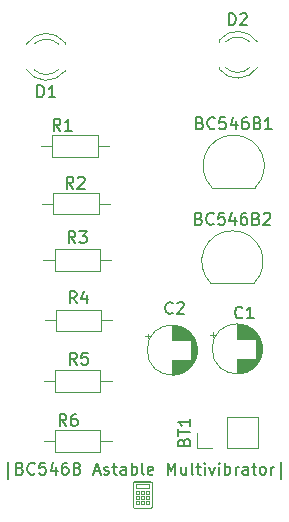
<source format=gbr>
%TF.GenerationSoftware,KiCad,Pcbnew,7.0.6*%
%TF.CreationDate,2023-09-30T16:03:16+02:00*%
%TF.ProjectId,bc546b-astable-multivibrator,62633534-3662-42d6-9173-7461626c652d,0*%
%TF.SameCoordinates,Original*%
%TF.FileFunction,Legend,Top*%
%TF.FilePolarity,Positive*%
%FSLAX46Y46*%
G04 Gerber Fmt 4.6, Leading zero omitted, Abs format (unit mm)*
G04 Created by KiCad (PCBNEW 7.0.6) date 2023-09-30 16:03:16*
%MOMM*%
%LPD*%
G01*
G04 APERTURE LIST*
%ADD10C,0.150000*%
%ADD11C,0.120000*%
G04 APERTURE END LIST*
D10*
X86274874Y-87103152D02*
X86274874Y-85674580D01*
X87322493Y-86246009D02*
X87465350Y-86293628D01*
X87465350Y-86293628D02*
X87512969Y-86341247D01*
X87512969Y-86341247D02*
X87560588Y-86436485D01*
X87560588Y-86436485D02*
X87560588Y-86579342D01*
X87560588Y-86579342D02*
X87512969Y-86674580D01*
X87512969Y-86674580D02*
X87465350Y-86722200D01*
X87465350Y-86722200D02*
X87370112Y-86769819D01*
X87370112Y-86769819D02*
X86989160Y-86769819D01*
X86989160Y-86769819D02*
X86989160Y-85769819D01*
X86989160Y-85769819D02*
X87322493Y-85769819D01*
X87322493Y-85769819D02*
X87417731Y-85817438D01*
X87417731Y-85817438D02*
X87465350Y-85865057D01*
X87465350Y-85865057D02*
X87512969Y-85960295D01*
X87512969Y-85960295D02*
X87512969Y-86055533D01*
X87512969Y-86055533D02*
X87465350Y-86150771D01*
X87465350Y-86150771D02*
X87417731Y-86198390D01*
X87417731Y-86198390D02*
X87322493Y-86246009D01*
X87322493Y-86246009D02*
X86989160Y-86246009D01*
X88560588Y-86674580D02*
X88512969Y-86722200D01*
X88512969Y-86722200D02*
X88370112Y-86769819D01*
X88370112Y-86769819D02*
X88274874Y-86769819D01*
X88274874Y-86769819D02*
X88132017Y-86722200D01*
X88132017Y-86722200D02*
X88036779Y-86626961D01*
X88036779Y-86626961D02*
X87989160Y-86531723D01*
X87989160Y-86531723D02*
X87941541Y-86341247D01*
X87941541Y-86341247D02*
X87941541Y-86198390D01*
X87941541Y-86198390D02*
X87989160Y-86007914D01*
X87989160Y-86007914D02*
X88036779Y-85912676D01*
X88036779Y-85912676D02*
X88132017Y-85817438D01*
X88132017Y-85817438D02*
X88274874Y-85769819D01*
X88274874Y-85769819D02*
X88370112Y-85769819D01*
X88370112Y-85769819D02*
X88512969Y-85817438D01*
X88512969Y-85817438D02*
X88560588Y-85865057D01*
X89465350Y-85769819D02*
X88989160Y-85769819D01*
X88989160Y-85769819D02*
X88941541Y-86246009D01*
X88941541Y-86246009D02*
X88989160Y-86198390D01*
X88989160Y-86198390D02*
X89084398Y-86150771D01*
X89084398Y-86150771D02*
X89322493Y-86150771D01*
X89322493Y-86150771D02*
X89417731Y-86198390D01*
X89417731Y-86198390D02*
X89465350Y-86246009D01*
X89465350Y-86246009D02*
X89512969Y-86341247D01*
X89512969Y-86341247D02*
X89512969Y-86579342D01*
X89512969Y-86579342D02*
X89465350Y-86674580D01*
X89465350Y-86674580D02*
X89417731Y-86722200D01*
X89417731Y-86722200D02*
X89322493Y-86769819D01*
X89322493Y-86769819D02*
X89084398Y-86769819D01*
X89084398Y-86769819D02*
X88989160Y-86722200D01*
X88989160Y-86722200D02*
X88941541Y-86674580D01*
X90370112Y-86103152D02*
X90370112Y-86769819D01*
X90132017Y-85722200D02*
X89893922Y-86436485D01*
X89893922Y-86436485D02*
X90512969Y-86436485D01*
X91322493Y-85769819D02*
X91132017Y-85769819D01*
X91132017Y-85769819D02*
X91036779Y-85817438D01*
X91036779Y-85817438D02*
X90989160Y-85865057D01*
X90989160Y-85865057D02*
X90893922Y-86007914D01*
X90893922Y-86007914D02*
X90846303Y-86198390D01*
X90846303Y-86198390D02*
X90846303Y-86579342D01*
X90846303Y-86579342D02*
X90893922Y-86674580D01*
X90893922Y-86674580D02*
X90941541Y-86722200D01*
X90941541Y-86722200D02*
X91036779Y-86769819D01*
X91036779Y-86769819D02*
X91227255Y-86769819D01*
X91227255Y-86769819D02*
X91322493Y-86722200D01*
X91322493Y-86722200D02*
X91370112Y-86674580D01*
X91370112Y-86674580D02*
X91417731Y-86579342D01*
X91417731Y-86579342D02*
X91417731Y-86341247D01*
X91417731Y-86341247D02*
X91370112Y-86246009D01*
X91370112Y-86246009D02*
X91322493Y-86198390D01*
X91322493Y-86198390D02*
X91227255Y-86150771D01*
X91227255Y-86150771D02*
X91036779Y-86150771D01*
X91036779Y-86150771D02*
X90941541Y-86198390D01*
X90941541Y-86198390D02*
X90893922Y-86246009D01*
X90893922Y-86246009D02*
X90846303Y-86341247D01*
X92179636Y-86246009D02*
X92322493Y-86293628D01*
X92322493Y-86293628D02*
X92370112Y-86341247D01*
X92370112Y-86341247D02*
X92417731Y-86436485D01*
X92417731Y-86436485D02*
X92417731Y-86579342D01*
X92417731Y-86579342D02*
X92370112Y-86674580D01*
X92370112Y-86674580D02*
X92322493Y-86722200D01*
X92322493Y-86722200D02*
X92227255Y-86769819D01*
X92227255Y-86769819D02*
X91846303Y-86769819D01*
X91846303Y-86769819D02*
X91846303Y-85769819D01*
X91846303Y-85769819D02*
X92179636Y-85769819D01*
X92179636Y-85769819D02*
X92274874Y-85817438D01*
X92274874Y-85817438D02*
X92322493Y-85865057D01*
X92322493Y-85865057D02*
X92370112Y-85960295D01*
X92370112Y-85960295D02*
X92370112Y-86055533D01*
X92370112Y-86055533D02*
X92322493Y-86150771D01*
X92322493Y-86150771D02*
X92274874Y-86198390D01*
X92274874Y-86198390D02*
X92179636Y-86246009D01*
X92179636Y-86246009D02*
X91846303Y-86246009D01*
X93560589Y-86484104D02*
X94036779Y-86484104D01*
X93465351Y-86769819D02*
X93798684Y-85769819D01*
X93798684Y-85769819D02*
X94132017Y-86769819D01*
X94417732Y-86722200D02*
X94512970Y-86769819D01*
X94512970Y-86769819D02*
X94703446Y-86769819D01*
X94703446Y-86769819D02*
X94798684Y-86722200D01*
X94798684Y-86722200D02*
X94846303Y-86626961D01*
X94846303Y-86626961D02*
X94846303Y-86579342D01*
X94846303Y-86579342D02*
X94798684Y-86484104D01*
X94798684Y-86484104D02*
X94703446Y-86436485D01*
X94703446Y-86436485D02*
X94560589Y-86436485D01*
X94560589Y-86436485D02*
X94465351Y-86388866D01*
X94465351Y-86388866D02*
X94417732Y-86293628D01*
X94417732Y-86293628D02*
X94417732Y-86246009D01*
X94417732Y-86246009D02*
X94465351Y-86150771D01*
X94465351Y-86150771D02*
X94560589Y-86103152D01*
X94560589Y-86103152D02*
X94703446Y-86103152D01*
X94703446Y-86103152D02*
X94798684Y-86150771D01*
X95132018Y-86103152D02*
X95512970Y-86103152D01*
X95274875Y-85769819D02*
X95274875Y-86626961D01*
X95274875Y-86626961D02*
X95322494Y-86722200D01*
X95322494Y-86722200D02*
X95417732Y-86769819D01*
X95417732Y-86769819D02*
X95512970Y-86769819D01*
X96274875Y-86769819D02*
X96274875Y-86246009D01*
X96274875Y-86246009D02*
X96227256Y-86150771D01*
X96227256Y-86150771D02*
X96132018Y-86103152D01*
X96132018Y-86103152D02*
X95941542Y-86103152D01*
X95941542Y-86103152D02*
X95846304Y-86150771D01*
X96274875Y-86722200D02*
X96179637Y-86769819D01*
X96179637Y-86769819D02*
X95941542Y-86769819D01*
X95941542Y-86769819D02*
X95846304Y-86722200D01*
X95846304Y-86722200D02*
X95798685Y-86626961D01*
X95798685Y-86626961D02*
X95798685Y-86531723D01*
X95798685Y-86531723D02*
X95846304Y-86436485D01*
X95846304Y-86436485D02*
X95941542Y-86388866D01*
X95941542Y-86388866D02*
X96179637Y-86388866D01*
X96179637Y-86388866D02*
X96274875Y-86341247D01*
X96751066Y-86769819D02*
X96751066Y-85769819D01*
X96751066Y-86150771D02*
X96846304Y-86103152D01*
X96846304Y-86103152D02*
X97036780Y-86103152D01*
X97036780Y-86103152D02*
X97132018Y-86150771D01*
X97132018Y-86150771D02*
X97179637Y-86198390D01*
X97179637Y-86198390D02*
X97227256Y-86293628D01*
X97227256Y-86293628D02*
X97227256Y-86579342D01*
X97227256Y-86579342D02*
X97179637Y-86674580D01*
X97179637Y-86674580D02*
X97132018Y-86722200D01*
X97132018Y-86722200D02*
X97036780Y-86769819D01*
X97036780Y-86769819D02*
X96846304Y-86769819D01*
X96846304Y-86769819D02*
X96751066Y-86722200D01*
X97798685Y-86769819D02*
X97703447Y-86722200D01*
X97703447Y-86722200D02*
X97655828Y-86626961D01*
X97655828Y-86626961D02*
X97655828Y-85769819D01*
X98560590Y-86722200D02*
X98465352Y-86769819D01*
X98465352Y-86769819D02*
X98274876Y-86769819D01*
X98274876Y-86769819D02*
X98179638Y-86722200D01*
X98179638Y-86722200D02*
X98132019Y-86626961D01*
X98132019Y-86626961D02*
X98132019Y-86246009D01*
X98132019Y-86246009D02*
X98179638Y-86150771D01*
X98179638Y-86150771D02*
X98274876Y-86103152D01*
X98274876Y-86103152D02*
X98465352Y-86103152D01*
X98465352Y-86103152D02*
X98560590Y-86150771D01*
X98560590Y-86150771D02*
X98608209Y-86246009D01*
X98608209Y-86246009D02*
X98608209Y-86341247D01*
X98608209Y-86341247D02*
X98132019Y-86436485D01*
X99798686Y-86769819D02*
X99798686Y-85769819D01*
X99798686Y-85769819D02*
X100132019Y-86484104D01*
X100132019Y-86484104D02*
X100465352Y-85769819D01*
X100465352Y-85769819D02*
X100465352Y-86769819D01*
X101370114Y-86103152D02*
X101370114Y-86769819D01*
X100941543Y-86103152D02*
X100941543Y-86626961D01*
X100941543Y-86626961D02*
X100989162Y-86722200D01*
X100989162Y-86722200D02*
X101084400Y-86769819D01*
X101084400Y-86769819D02*
X101227257Y-86769819D01*
X101227257Y-86769819D02*
X101322495Y-86722200D01*
X101322495Y-86722200D02*
X101370114Y-86674580D01*
X101989162Y-86769819D02*
X101893924Y-86722200D01*
X101893924Y-86722200D02*
X101846305Y-86626961D01*
X101846305Y-86626961D02*
X101846305Y-85769819D01*
X102227258Y-86103152D02*
X102608210Y-86103152D01*
X102370115Y-85769819D02*
X102370115Y-86626961D01*
X102370115Y-86626961D02*
X102417734Y-86722200D01*
X102417734Y-86722200D02*
X102512972Y-86769819D01*
X102512972Y-86769819D02*
X102608210Y-86769819D01*
X102941544Y-86769819D02*
X102941544Y-86103152D01*
X102941544Y-85769819D02*
X102893925Y-85817438D01*
X102893925Y-85817438D02*
X102941544Y-85865057D01*
X102941544Y-85865057D02*
X102989163Y-85817438D01*
X102989163Y-85817438D02*
X102941544Y-85769819D01*
X102941544Y-85769819D02*
X102941544Y-85865057D01*
X103322496Y-86103152D02*
X103560591Y-86769819D01*
X103560591Y-86769819D02*
X103798686Y-86103152D01*
X104179639Y-86769819D02*
X104179639Y-86103152D01*
X104179639Y-85769819D02*
X104132020Y-85817438D01*
X104132020Y-85817438D02*
X104179639Y-85865057D01*
X104179639Y-85865057D02*
X104227258Y-85817438D01*
X104227258Y-85817438D02*
X104179639Y-85769819D01*
X104179639Y-85769819D02*
X104179639Y-85865057D01*
X104655829Y-86769819D02*
X104655829Y-85769819D01*
X104655829Y-86150771D02*
X104751067Y-86103152D01*
X104751067Y-86103152D02*
X104941543Y-86103152D01*
X104941543Y-86103152D02*
X105036781Y-86150771D01*
X105036781Y-86150771D02*
X105084400Y-86198390D01*
X105084400Y-86198390D02*
X105132019Y-86293628D01*
X105132019Y-86293628D02*
X105132019Y-86579342D01*
X105132019Y-86579342D02*
X105084400Y-86674580D01*
X105084400Y-86674580D02*
X105036781Y-86722200D01*
X105036781Y-86722200D02*
X104941543Y-86769819D01*
X104941543Y-86769819D02*
X104751067Y-86769819D01*
X104751067Y-86769819D02*
X104655829Y-86722200D01*
X105560591Y-86769819D02*
X105560591Y-86103152D01*
X105560591Y-86293628D02*
X105608210Y-86198390D01*
X105608210Y-86198390D02*
X105655829Y-86150771D01*
X105655829Y-86150771D02*
X105751067Y-86103152D01*
X105751067Y-86103152D02*
X105846305Y-86103152D01*
X106608210Y-86769819D02*
X106608210Y-86246009D01*
X106608210Y-86246009D02*
X106560591Y-86150771D01*
X106560591Y-86150771D02*
X106465353Y-86103152D01*
X106465353Y-86103152D02*
X106274877Y-86103152D01*
X106274877Y-86103152D02*
X106179639Y-86150771D01*
X106608210Y-86722200D02*
X106512972Y-86769819D01*
X106512972Y-86769819D02*
X106274877Y-86769819D01*
X106274877Y-86769819D02*
X106179639Y-86722200D01*
X106179639Y-86722200D02*
X106132020Y-86626961D01*
X106132020Y-86626961D02*
X106132020Y-86531723D01*
X106132020Y-86531723D02*
X106179639Y-86436485D01*
X106179639Y-86436485D02*
X106274877Y-86388866D01*
X106274877Y-86388866D02*
X106512972Y-86388866D01*
X106512972Y-86388866D02*
X106608210Y-86341247D01*
X106941544Y-86103152D02*
X107322496Y-86103152D01*
X107084401Y-85769819D02*
X107084401Y-86626961D01*
X107084401Y-86626961D02*
X107132020Y-86722200D01*
X107132020Y-86722200D02*
X107227258Y-86769819D01*
X107227258Y-86769819D02*
X107322496Y-86769819D01*
X107798687Y-86769819D02*
X107703449Y-86722200D01*
X107703449Y-86722200D02*
X107655830Y-86674580D01*
X107655830Y-86674580D02*
X107608211Y-86579342D01*
X107608211Y-86579342D02*
X107608211Y-86293628D01*
X107608211Y-86293628D02*
X107655830Y-86198390D01*
X107655830Y-86198390D02*
X107703449Y-86150771D01*
X107703449Y-86150771D02*
X107798687Y-86103152D01*
X107798687Y-86103152D02*
X107941544Y-86103152D01*
X107941544Y-86103152D02*
X108036782Y-86150771D01*
X108036782Y-86150771D02*
X108084401Y-86198390D01*
X108084401Y-86198390D02*
X108132020Y-86293628D01*
X108132020Y-86293628D02*
X108132020Y-86579342D01*
X108132020Y-86579342D02*
X108084401Y-86674580D01*
X108084401Y-86674580D02*
X108036782Y-86722200D01*
X108036782Y-86722200D02*
X107941544Y-86769819D01*
X107941544Y-86769819D02*
X107798687Y-86769819D01*
X108560592Y-86769819D02*
X108560592Y-86103152D01*
X108560592Y-86293628D02*
X108608211Y-86198390D01*
X108608211Y-86198390D02*
X108655830Y-86150771D01*
X108655830Y-86150771D02*
X108751068Y-86103152D01*
X108751068Y-86103152D02*
X108846306Y-86103152D01*
X109417735Y-87103152D02*
X109417735Y-85674580D01*
X100233333Y-73059580D02*
X100185714Y-73107200D01*
X100185714Y-73107200D02*
X100042857Y-73154819D01*
X100042857Y-73154819D02*
X99947619Y-73154819D01*
X99947619Y-73154819D02*
X99804762Y-73107200D01*
X99804762Y-73107200D02*
X99709524Y-73011961D01*
X99709524Y-73011961D02*
X99661905Y-72916723D01*
X99661905Y-72916723D02*
X99614286Y-72726247D01*
X99614286Y-72726247D02*
X99614286Y-72583390D01*
X99614286Y-72583390D02*
X99661905Y-72392914D01*
X99661905Y-72392914D02*
X99709524Y-72297676D01*
X99709524Y-72297676D02*
X99804762Y-72202438D01*
X99804762Y-72202438D02*
X99947619Y-72154819D01*
X99947619Y-72154819D02*
X100042857Y-72154819D01*
X100042857Y-72154819D02*
X100185714Y-72202438D01*
X100185714Y-72202438D02*
X100233333Y-72250057D01*
X100614286Y-72250057D02*
X100661905Y-72202438D01*
X100661905Y-72202438D02*
X100757143Y-72154819D01*
X100757143Y-72154819D02*
X100995238Y-72154819D01*
X100995238Y-72154819D02*
X101090476Y-72202438D01*
X101090476Y-72202438D02*
X101138095Y-72250057D01*
X101138095Y-72250057D02*
X101185714Y-72345295D01*
X101185714Y-72345295D02*
X101185714Y-72440533D01*
X101185714Y-72440533D02*
X101138095Y-72583390D01*
X101138095Y-72583390D02*
X100566667Y-73154819D01*
X100566667Y-73154819D02*
X101185714Y-73154819D01*
X91233333Y-82654819D02*
X90900000Y-82178628D01*
X90661905Y-82654819D02*
X90661905Y-81654819D01*
X90661905Y-81654819D02*
X91042857Y-81654819D01*
X91042857Y-81654819D02*
X91138095Y-81702438D01*
X91138095Y-81702438D02*
X91185714Y-81750057D01*
X91185714Y-81750057D02*
X91233333Y-81845295D01*
X91233333Y-81845295D02*
X91233333Y-81988152D01*
X91233333Y-81988152D02*
X91185714Y-82083390D01*
X91185714Y-82083390D02*
X91138095Y-82131009D01*
X91138095Y-82131009D02*
X91042857Y-82178628D01*
X91042857Y-82178628D02*
X90661905Y-82178628D01*
X92090476Y-81654819D02*
X91900000Y-81654819D01*
X91900000Y-81654819D02*
X91804762Y-81702438D01*
X91804762Y-81702438D02*
X91757143Y-81750057D01*
X91757143Y-81750057D02*
X91661905Y-81892914D01*
X91661905Y-81892914D02*
X91614286Y-82083390D01*
X91614286Y-82083390D02*
X91614286Y-82464342D01*
X91614286Y-82464342D02*
X91661905Y-82559580D01*
X91661905Y-82559580D02*
X91709524Y-82607200D01*
X91709524Y-82607200D02*
X91804762Y-82654819D01*
X91804762Y-82654819D02*
X91995238Y-82654819D01*
X91995238Y-82654819D02*
X92090476Y-82607200D01*
X92090476Y-82607200D02*
X92138095Y-82559580D01*
X92138095Y-82559580D02*
X92185714Y-82464342D01*
X92185714Y-82464342D02*
X92185714Y-82226247D01*
X92185714Y-82226247D02*
X92138095Y-82131009D01*
X92138095Y-82131009D02*
X92090476Y-82083390D01*
X92090476Y-82083390D02*
X91995238Y-82035771D01*
X91995238Y-82035771D02*
X91804762Y-82035771D01*
X91804762Y-82035771D02*
X91709524Y-82083390D01*
X91709524Y-82083390D02*
X91661905Y-82131009D01*
X91661905Y-82131009D02*
X91614286Y-82226247D01*
X106133333Y-73459580D02*
X106085714Y-73507200D01*
X106085714Y-73507200D02*
X105942857Y-73554819D01*
X105942857Y-73554819D02*
X105847619Y-73554819D01*
X105847619Y-73554819D02*
X105704762Y-73507200D01*
X105704762Y-73507200D02*
X105609524Y-73411961D01*
X105609524Y-73411961D02*
X105561905Y-73316723D01*
X105561905Y-73316723D02*
X105514286Y-73126247D01*
X105514286Y-73126247D02*
X105514286Y-72983390D01*
X105514286Y-72983390D02*
X105561905Y-72792914D01*
X105561905Y-72792914D02*
X105609524Y-72697676D01*
X105609524Y-72697676D02*
X105704762Y-72602438D01*
X105704762Y-72602438D02*
X105847619Y-72554819D01*
X105847619Y-72554819D02*
X105942857Y-72554819D01*
X105942857Y-72554819D02*
X106085714Y-72602438D01*
X106085714Y-72602438D02*
X106133333Y-72650057D01*
X107085714Y-73554819D02*
X106514286Y-73554819D01*
X106800000Y-73554819D02*
X106800000Y-72554819D01*
X106800000Y-72554819D02*
X106704762Y-72697676D01*
X106704762Y-72697676D02*
X106609524Y-72792914D01*
X106609524Y-72792914D02*
X106514286Y-72840533D01*
X91999847Y-67156339D02*
X91666514Y-66680148D01*
X91428419Y-67156339D02*
X91428419Y-66156339D01*
X91428419Y-66156339D02*
X91809371Y-66156339D01*
X91809371Y-66156339D02*
X91904609Y-66203958D01*
X91904609Y-66203958D02*
X91952228Y-66251577D01*
X91952228Y-66251577D02*
X91999847Y-66346815D01*
X91999847Y-66346815D02*
X91999847Y-66489672D01*
X91999847Y-66489672D02*
X91952228Y-66584910D01*
X91952228Y-66584910D02*
X91904609Y-66632529D01*
X91904609Y-66632529D02*
X91809371Y-66680148D01*
X91809371Y-66680148D02*
X91428419Y-66680148D01*
X92333181Y-66156339D02*
X92952228Y-66156339D01*
X92952228Y-66156339D02*
X92618895Y-66537291D01*
X92618895Y-66537291D02*
X92761752Y-66537291D01*
X92761752Y-66537291D02*
X92856990Y-66584910D01*
X92856990Y-66584910D02*
X92904609Y-66632529D01*
X92904609Y-66632529D02*
X92952228Y-66727767D01*
X92952228Y-66727767D02*
X92952228Y-66965862D01*
X92952228Y-66965862D02*
X92904609Y-67061100D01*
X92904609Y-67061100D02*
X92856990Y-67108720D01*
X92856990Y-67108720D02*
X92761752Y-67156339D01*
X92761752Y-67156339D02*
X92476038Y-67156339D01*
X92476038Y-67156339D02*
X92380800Y-67108720D01*
X92380800Y-67108720D02*
X92333181Y-67061100D01*
X102563180Y-56992529D02*
X102706037Y-57040148D01*
X102706037Y-57040148D02*
X102753656Y-57087767D01*
X102753656Y-57087767D02*
X102801275Y-57183005D01*
X102801275Y-57183005D02*
X102801275Y-57325862D01*
X102801275Y-57325862D02*
X102753656Y-57421100D01*
X102753656Y-57421100D02*
X102706037Y-57468720D01*
X102706037Y-57468720D02*
X102610799Y-57516339D01*
X102610799Y-57516339D02*
X102229847Y-57516339D01*
X102229847Y-57516339D02*
X102229847Y-56516339D01*
X102229847Y-56516339D02*
X102563180Y-56516339D01*
X102563180Y-56516339D02*
X102658418Y-56563958D01*
X102658418Y-56563958D02*
X102706037Y-56611577D01*
X102706037Y-56611577D02*
X102753656Y-56706815D01*
X102753656Y-56706815D02*
X102753656Y-56802053D01*
X102753656Y-56802053D02*
X102706037Y-56897291D01*
X102706037Y-56897291D02*
X102658418Y-56944910D01*
X102658418Y-56944910D02*
X102563180Y-56992529D01*
X102563180Y-56992529D02*
X102229847Y-56992529D01*
X103801275Y-57421100D02*
X103753656Y-57468720D01*
X103753656Y-57468720D02*
X103610799Y-57516339D01*
X103610799Y-57516339D02*
X103515561Y-57516339D01*
X103515561Y-57516339D02*
X103372704Y-57468720D01*
X103372704Y-57468720D02*
X103277466Y-57373481D01*
X103277466Y-57373481D02*
X103229847Y-57278243D01*
X103229847Y-57278243D02*
X103182228Y-57087767D01*
X103182228Y-57087767D02*
X103182228Y-56944910D01*
X103182228Y-56944910D02*
X103229847Y-56754434D01*
X103229847Y-56754434D02*
X103277466Y-56659196D01*
X103277466Y-56659196D02*
X103372704Y-56563958D01*
X103372704Y-56563958D02*
X103515561Y-56516339D01*
X103515561Y-56516339D02*
X103610799Y-56516339D01*
X103610799Y-56516339D02*
X103753656Y-56563958D01*
X103753656Y-56563958D02*
X103801275Y-56611577D01*
X104706037Y-56516339D02*
X104229847Y-56516339D01*
X104229847Y-56516339D02*
X104182228Y-56992529D01*
X104182228Y-56992529D02*
X104229847Y-56944910D01*
X104229847Y-56944910D02*
X104325085Y-56897291D01*
X104325085Y-56897291D02*
X104563180Y-56897291D01*
X104563180Y-56897291D02*
X104658418Y-56944910D01*
X104658418Y-56944910D02*
X104706037Y-56992529D01*
X104706037Y-56992529D02*
X104753656Y-57087767D01*
X104753656Y-57087767D02*
X104753656Y-57325862D01*
X104753656Y-57325862D02*
X104706037Y-57421100D01*
X104706037Y-57421100D02*
X104658418Y-57468720D01*
X104658418Y-57468720D02*
X104563180Y-57516339D01*
X104563180Y-57516339D02*
X104325085Y-57516339D01*
X104325085Y-57516339D02*
X104229847Y-57468720D01*
X104229847Y-57468720D02*
X104182228Y-57421100D01*
X105610799Y-56849672D02*
X105610799Y-57516339D01*
X105372704Y-56468720D02*
X105134609Y-57183005D01*
X105134609Y-57183005D02*
X105753656Y-57183005D01*
X106563180Y-56516339D02*
X106372704Y-56516339D01*
X106372704Y-56516339D02*
X106277466Y-56563958D01*
X106277466Y-56563958D02*
X106229847Y-56611577D01*
X106229847Y-56611577D02*
X106134609Y-56754434D01*
X106134609Y-56754434D02*
X106086990Y-56944910D01*
X106086990Y-56944910D02*
X106086990Y-57325862D01*
X106086990Y-57325862D02*
X106134609Y-57421100D01*
X106134609Y-57421100D02*
X106182228Y-57468720D01*
X106182228Y-57468720D02*
X106277466Y-57516339D01*
X106277466Y-57516339D02*
X106467942Y-57516339D01*
X106467942Y-57516339D02*
X106563180Y-57468720D01*
X106563180Y-57468720D02*
X106610799Y-57421100D01*
X106610799Y-57421100D02*
X106658418Y-57325862D01*
X106658418Y-57325862D02*
X106658418Y-57087767D01*
X106658418Y-57087767D02*
X106610799Y-56992529D01*
X106610799Y-56992529D02*
X106563180Y-56944910D01*
X106563180Y-56944910D02*
X106467942Y-56897291D01*
X106467942Y-56897291D02*
X106277466Y-56897291D01*
X106277466Y-56897291D02*
X106182228Y-56944910D01*
X106182228Y-56944910D02*
X106134609Y-56992529D01*
X106134609Y-56992529D02*
X106086990Y-57087767D01*
X107420323Y-56992529D02*
X107563180Y-57040148D01*
X107563180Y-57040148D02*
X107610799Y-57087767D01*
X107610799Y-57087767D02*
X107658418Y-57183005D01*
X107658418Y-57183005D02*
X107658418Y-57325862D01*
X107658418Y-57325862D02*
X107610799Y-57421100D01*
X107610799Y-57421100D02*
X107563180Y-57468720D01*
X107563180Y-57468720D02*
X107467942Y-57516339D01*
X107467942Y-57516339D02*
X107086990Y-57516339D01*
X107086990Y-57516339D02*
X107086990Y-56516339D01*
X107086990Y-56516339D02*
X107420323Y-56516339D01*
X107420323Y-56516339D02*
X107515561Y-56563958D01*
X107515561Y-56563958D02*
X107563180Y-56611577D01*
X107563180Y-56611577D02*
X107610799Y-56706815D01*
X107610799Y-56706815D02*
X107610799Y-56802053D01*
X107610799Y-56802053D02*
X107563180Y-56897291D01*
X107563180Y-56897291D02*
X107515561Y-56944910D01*
X107515561Y-56944910D02*
X107420323Y-56992529D01*
X107420323Y-56992529D02*
X107086990Y-56992529D01*
X108610799Y-57516339D02*
X108039371Y-57516339D01*
X108325085Y-57516339D02*
X108325085Y-56516339D01*
X108325085Y-56516339D02*
X108229847Y-56659196D01*
X108229847Y-56659196D02*
X108134609Y-56754434D01*
X108134609Y-56754434D02*
X108039371Y-56802053D01*
X90733333Y-57654819D02*
X90400000Y-57178628D01*
X90161905Y-57654819D02*
X90161905Y-56654819D01*
X90161905Y-56654819D02*
X90542857Y-56654819D01*
X90542857Y-56654819D02*
X90638095Y-56702438D01*
X90638095Y-56702438D02*
X90685714Y-56750057D01*
X90685714Y-56750057D02*
X90733333Y-56845295D01*
X90733333Y-56845295D02*
X90733333Y-56988152D01*
X90733333Y-56988152D02*
X90685714Y-57083390D01*
X90685714Y-57083390D02*
X90638095Y-57131009D01*
X90638095Y-57131009D02*
X90542857Y-57178628D01*
X90542857Y-57178628D02*
X90161905Y-57178628D01*
X91685714Y-57654819D02*
X91114286Y-57654819D01*
X91400000Y-57654819D02*
X91400000Y-56654819D01*
X91400000Y-56654819D02*
X91304762Y-56797676D01*
X91304762Y-56797676D02*
X91209524Y-56892914D01*
X91209524Y-56892914D02*
X91114286Y-56940533D01*
X92133333Y-77454819D02*
X91800000Y-76978628D01*
X91561905Y-77454819D02*
X91561905Y-76454819D01*
X91561905Y-76454819D02*
X91942857Y-76454819D01*
X91942857Y-76454819D02*
X92038095Y-76502438D01*
X92038095Y-76502438D02*
X92085714Y-76550057D01*
X92085714Y-76550057D02*
X92133333Y-76645295D01*
X92133333Y-76645295D02*
X92133333Y-76788152D01*
X92133333Y-76788152D02*
X92085714Y-76883390D01*
X92085714Y-76883390D02*
X92038095Y-76931009D01*
X92038095Y-76931009D02*
X91942857Y-76978628D01*
X91942857Y-76978628D02*
X91561905Y-76978628D01*
X93038095Y-76454819D02*
X92561905Y-76454819D01*
X92561905Y-76454819D02*
X92514286Y-76931009D01*
X92514286Y-76931009D02*
X92561905Y-76883390D01*
X92561905Y-76883390D02*
X92657143Y-76835771D01*
X92657143Y-76835771D02*
X92895238Y-76835771D01*
X92895238Y-76835771D02*
X92990476Y-76883390D01*
X92990476Y-76883390D02*
X93038095Y-76931009D01*
X93038095Y-76931009D02*
X93085714Y-77026247D01*
X93085714Y-77026247D02*
X93085714Y-77264342D01*
X93085714Y-77264342D02*
X93038095Y-77359580D01*
X93038095Y-77359580D02*
X92990476Y-77407200D01*
X92990476Y-77407200D02*
X92895238Y-77454819D01*
X92895238Y-77454819D02*
X92657143Y-77454819D01*
X92657143Y-77454819D02*
X92561905Y-77407200D01*
X92561905Y-77407200D02*
X92514286Y-77359580D01*
X92099847Y-72256339D02*
X91766514Y-71780148D01*
X91528419Y-72256339D02*
X91528419Y-71256339D01*
X91528419Y-71256339D02*
X91909371Y-71256339D01*
X91909371Y-71256339D02*
X92004609Y-71303958D01*
X92004609Y-71303958D02*
X92052228Y-71351577D01*
X92052228Y-71351577D02*
X92099847Y-71446815D01*
X92099847Y-71446815D02*
X92099847Y-71589672D01*
X92099847Y-71589672D02*
X92052228Y-71684910D01*
X92052228Y-71684910D02*
X92004609Y-71732529D01*
X92004609Y-71732529D02*
X91909371Y-71780148D01*
X91909371Y-71780148D02*
X91528419Y-71780148D01*
X92956990Y-71589672D02*
X92956990Y-72256339D01*
X92718895Y-71208720D02*
X92480800Y-71923005D01*
X92480800Y-71923005D02*
X93099847Y-71923005D01*
X101192523Y-84007234D02*
X101240142Y-83864377D01*
X101240142Y-83864377D02*
X101287761Y-83816758D01*
X101287761Y-83816758D02*
X101382999Y-83769139D01*
X101382999Y-83769139D02*
X101525856Y-83769139D01*
X101525856Y-83769139D02*
X101621094Y-83816758D01*
X101621094Y-83816758D02*
X101668714Y-83864377D01*
X101668714Y-83864377D02*
X101716333Y-83959615D01*
X101716333Y-83959615D02*
X101716333Y-84340567D01*
X101716333Y-84340567D02*
X100716333Y-84340567D01*
X100716333Y-84340567D02*
X100716333Y-84007234D01*
X100716333Y-84007234D02*
X100763952Y-83911996D01*
X100763952Y-83911996D02*
X100811571Y-83864377D01*
X100811571Y-83864377D02*
X100906809Y-83816758D01*
X100906809Y-83816758D02*
X101002047Y-83816758D01*
X101002047Y-83816758D02*
X101097285Y-83864377D01*
X101097285Y-83864377D02*
X101144904Y-83911996D01*
X101144904Y-83911996D02*
X101192523Y-84007234D01*
X101192523Y-84007234D02*
X101192523Y-84340567D01*
X100716333Y-83483424D02*
X100716333Y-82911996D01*
X101716333Y-83197710D02*
X100716333Y-83197710D01*
X101716333Y-82054853D02*
X101716333Y-82626281D01*
X101716333Y-82340567D02*
X100716333Y-82340567D01*
X100716333Y-82340567D02*
X100859190Y-82435805D01*
X100859190Y-82435805D02*
X100954428Y-82531043D01*
X100954428Y-82531043D02*
X101002047Y-82626281D01*
X102463180Y-65092529D02*
X102606037Y-65140148D01*
X102606037Y-65140148D02*
X102653656Y-65187767D01*
X102653656Y-65187767D02*
X102701275Y-65283005D01*
X102701275Y-65283005D02*
X102701275Y-65425862D01*
X102701275Y-65425862D02*
X102653656Y-65521100D01*
X102653656Y-65521100D02*
X102606037Y-65568720D01*
X102606037Y-65568720D02*
X102510799Y-65616339D01*
X102510799Y-65616339D02*
X102129847Y-65616339D01*
X102129847Y-65616339D02*
X102129847Y-64616339D01*
X102129847Y-64616339D02*
X102463180Y-64616339D01*
X102463180Y-64616339D02*
X102558418Y-64663958D01*
X102558418Y-64663958D02*
X102606037Y-64711577D01*
X102606037Y-64711577D02*
X102653656Y-64806815D01*
X102653656Y-64806815D02*
X102653656Y-64902053D01*
X102653656Y-64902053D02*
X102606037Y-64997291D01*
X102606037Y-64997291D02*
X102558418Y-65044910D01*
X102558418Y-65044910D02*
X102463180Y-65092529D01*
X102463180Y-65092529D02*
X102129847Y-65092529D01*
X103701275Y-65521100D02*
X103653656Y-65568720D01*
X103653656Y-65568720D02*
X103510799Y-65616339D01*
X103510799Y-65616339D02*
X103415561Y-65616339D01*
X103415561Y-65616339D02*
X103272704Y-65568720D01*
X103272704Y-65568720D02*
X103177466Y-65473481D01*
X103177466Y-65473481D02*
X103129847Y-65378243D01*
X103129847Y-65378243D02*
X103082228Y-65187767D01*
X103082228Y-65187767D02*
X103082228Y-65044910D01*
X103082228Y-65044910D02*
X103129847Y-64854434D01*
X103129847Y-64854434D02*
X103177466Y-64759196D01*
X103177466Y-64759196D02*
X103272704Y-64663958D01*
X103272704Y-64663958D02*
X103415561Y-64616339D01*
X103415561Y-64616339D02*
X103510799Y-64616339D01*
X103510799Y-64616339D02*
X103653656Y-64663958D01*
X103653656Y-64663958D02*
X103701275Y-64711577D01*
X104606037Y-64616339D02*
X104129847Y-64616339D01*
X104129847Y-64616339D02*
X104082228Y-65092529D01*
X104082228Y-65092529D02*
X104129847Y-65044910D01*
X104129847Y-65044910D02*
X104225085Y-64997291D01*
X104225085Y-64997291D02*
X104463180Y-64997291D01*
X104463180Y-64997291D02*
X104558418Y-65044910D01*
X104558418Y-65044910D02*
X104606037Y-65092529D01*
X104606037Y-65092529D02*
X104653656Y-65187767D01*
X104653656Y-65187767D02*
X104653656Y-65425862D01*
X104653656Y-65425862D02*
X104606037Y-65521100D01*
X104606037Y-65521100D02*
X104558418Y-65568720D01*
X104558418Y-65568720D02*
X104463180Y-65616339D01*
X104463180Y-65616339D02*
X104225085Y-65616339D01*
X104225085Y-65616339D02*
X104129847Y-65568720D01*
X104129847Y-65568720D02*
X104082228Y-65521100D01*
X105510799Y-64949672D02*
X105510799Y-65616339D01*
X105272704Y-64568720D02*
X105034609Y-65283005D01*
X105034609Y-65283005D02*
X105653656Y-65283005D01*
X106463180Y-64616339D02*
X106272704Y-64616339D01*
X106272704Y-64616339D02*
X106177466Y-64663958D01*
X106177466Y-64663958D02*
X106129847Y-64711577D01*
X106129847Y-64711577D02*
X106034609Y-64854434D01*
X106034609Y-64854434D02*
X105986990Y-65044910D01*
X105986990Y-65044910D02*
X105986990Y-65425862D01*
X105986990Y-65425862D02*
X106034609Y-65521100D01*
X106034609Y-65521100D02*
X106082228Y-65568720D01*
X106082228Y-65568720D02*
X106177466Y-65616339D01*
X106177466Y-65616339D02*
X106367942Y-65616339D01*
X106367942Y-65616339D02*
X106463180Y-65568720D01*
X106463180Y-65568720D02*
X106510799Y-65521100D01*
X106510799Y-65521100D02*
X106558418Y-65425862D01*
X106558418Y-65425862D02*
X106558418Y-65187767D01*
X106558418Y-65187767D02*
X106510799Y-65092529D01*
X106510799Y-65092529D02*
X106463180Y-65044910D01*
X106463180Y-65044910D02*
X106367942Y-64997291D01*
X106367942Y-64997291D02*
X106177466Y-64997291D01*
X106177466Y-64997291D02*
X106082228Y-65044910D01*
X106082228Y-65044910D02*
X106034609Y-65092529D01*
X106034609Y-65092529D02*
X105986990Y-65187767D01*
X107320323Y-65092529D02*
X107463180Y-65140148D01*
X107463180Y-65140148D02*
X107510799Y-65187767D01*
X107510799Y-65187767D02*
X107558418Y-65283005D01*
X107558418Y-65283005D02*
X107558418Y-65425862D01*
X107558418Y-65425862D02*
X107510799Y-65521100D01*
X107510799Y-65521100D02*
X107463180Y-65568720D01*
X107463180Y-65568720D02*
X107367942Y-65616339D01*
X107367942Y-65616339D02*
X106986990Y-65616339D01*
X106986990Y-65616339D02*
X106986990Y-64616339D01*
X106986990Y-64616339D02*
X107320323Y-64616339D01*
X107320323Y-64616339D02*
X107415561Y-64663958D01*
X107415561Y-64663958D02*
X107463180Y-64711577D01*
X107463180Y-64711577D02*
X107510799Y-64806815D01*
X107510799Y-64806815D02*
X107510799Y-64902053D01*
X107510799Y-64902053D02*
X107463180Y-64997291D01*
X107463180Y-64997291D02*
X107415561Y-65044910D01*
X107415561Y-65044910D02*
X107320323Y-65092529D01*
X107320323Y-65092529D02*
X106986990Y-65092529D01*
X107939371Y-64711577D02*
X107986990Y-64663958D01*
X107986990Y-64663958D02*
X108082228Y-64616339D01*
X108082228Y-64616339D02*
X108320323Y-64616339D01*
X108320323Y-64616339D02*
X108415561Y-64663958D01*
X108415561Y-64663958D02*
X108463180Y-64711577D01*
X108463180Y-64711577D02*
X108510799Y-64806815D01*
X108510799Y-64806815D02*
X108510799Y-64902053D01*
X108510799Y-64902053D02*
X108463180Y-65044910D01*
X108463180Y-65044910D02*
X107891752Y-65616339D01*
X107891752Y-65616339D02*
X108510799Y-65616339D01*
X88791905Y-54814819D02*
X88791905Y-53814819D01*
X88791905Y-53814819D02*
X89030000Y-53814819D01*
X89030000Y-53814819D02*
X89172857Y-53862438D01*
X89172857Y-53862438D02*
X89268095Y-53957676D01*
X89268095Y-53957676D02*
X89315714Y-54052914D01*
X89315714Y-54052914D02*
X89363333Y-54243390D01*
X89363333Y-54243390D02*
X89363333Y-54386247D01*
X89363333Y-54386247D02*
X89315714Y-54576723D01*
X89315714Y-54576723D02*
X89268095Y-54671961D01*
X89268095Y-54671961D02*
X89172857Y-54767200D01*
X89172857Y-54767200D02*
X89030000Y-54814819D01*
X89030000Y-54814819D02*
X88791905Y-54814819D01*
X90315714Y-54814819D02*
X89744286Y-54814819D01*
X90030000Y-54814819D02*
X90030000Y-53814819D01*
X90030000Y-53814819D02*
X89934762Y-53957676D01*
X89934762Y-53957676D02*
X89839524Y-54052914D01*
X89839524Y-54052914D02*
X89744286Y-54100533D01*
X104998419Y-48716339D02*
X104998419Y-47716339D01*
X104998419Y-47716339D02*
X105236514Y-47716339D01*
X105236514Y-47716339D02*
X105379371Y-47763958D01*
X105379371Y-47763958D02*
X105474609Y-47859196D01*
X105474609Y-47859196D02*
X105522228Y-47954434D01*
X105522228Y-47954434D02*
X105569847Y-48144910D01*
X105569847Y-48144910D02*
X105569847Y-48287767D01*
X105569847Y-48287767D02*
X105522228Y-48478243D01*
X105522228Y-48478243D02*
X105474609Y-48573481D01*
X105474609Y-48573481D02*
X105379371Y-48668720D01*
X105379371Y-48668720D02*
X105236514Y-48716339D01*
X105236514Y-48716339D02*
X104998419Y-48716339D01*
X105950800Y-47811577D02*
X105998419Y-47763958D01*
X105998419Y-47763958D02*
X106093657Y-47716339D01*
X106093657Y-47716339D02*
X106331752Y-47716339D01*
X106331752Y-47716339D02*
X106426990Y-47763958D01*
X106426990Y-47763958D02*
X106474609Y-47811577D01*
X106474609Y-47811577D02*
X106522228Y-47906815D01*
X106522228Y-47906815D02*
X106522228Y-48002053D01*
X106522228Y-48002053D02*
X106474609Y-48144910D01*
X106474609Y-48144910D02*
X105903181Y-48716339D01*
X105903181Y-48716339D02*
X106522228Y-48716339D01*
X91833333Y-62554819D02*
X91500000Y-62078628D01*
X91261905Y-62554819D02*
X91261905Y-61554819D01*
X91261905Y-61554819D02*
X91642857Y-61554819D01*
X91642857Y-61554819D02*
X91738095Y-61602438D01*
X91738095Y-61602438D02*
X91785714Y-61650057D01*
X91785714Y-61650057D02*
X91833333Y-61745295D01*
X91833333Y-61745295D02*
X91833333Y-61888152D01*
X91833333Y-61888152D02*
X91785714Y-61983390D01*
X91785714Y-61983390D02*
X91738095Y-62031009D01*
X91738095Y-62031009D02*
X91642857Y-62078628D01*
X91642857Y-62078628D02*
X91261905Y-62078628D01*
X92214286Y-61650057D02*
X92261905Y-61602438D01*
X92261905Y-61602438D02*
X92357143Y-61554819D01*
X92357143Y-61554819D02*
X92595238Y-61554819D01*
X92595238Y-61554819D02*
X92690476Y-61602438D01*
X92690476Y-61602438D02*
X92738095Y-61650057D01*
X92738095Y-61650057D02*
X92785714Y-61745295D01*
X92785714Y-61745295D02*
X92785714Y-61840533D01*
X92785714Y-61840533D02*
X92738095Y-61983390D01*
X92738095Y-61983390D02*
X92166667Y-62554819D01*
X92166667Y-62554819D02*
X92785714Y-62554819D01*
D11*
%TO.C,C2*%
X97924114Y-75026520D02*
X98324114Y-75026520D01*
X98124114Y-74826520D02*
X98124114Y-75226520D01*
X100193915Y-74141520D02*
X100193915Y-75381520D01*
X100193915Y-77061520D02*
X100193915Y-78301520D01*
X100233915Y-74141520D02*
X100233915Y-75381520D01*
X100233915Y-77061520D02*
X100233915Y-78301520D01*
X100273915Y-74142520D02*
X100273915Y-75381520D01*
X100273915Y-77061520D02*
X100273915Y-78300520D01*
X100313915Y-74144520D02*
X100313915Y-75381520D01*
X100313915Y-77061520D02*
X100313915Y-78298520D01*
X100353915Y-74147520D02*
X100353915Y-75381520D01*
X100353915Y-77061520D02*
X100353915Y-78295520D01*
X100393915Y-74150520D02*
X100393915Y-75381520D01*
X100393915Y-77061520D02*
X100393915Y-78292520D01*
X100433915Y-74154520D02*
X100433915Y-75381520D01*
X100433915Y-77061520D02*
X100433915Y-78288520D01*
X100473915Y-74159520D02*
X100473915Y-75381520D01*
X100473915Y-77061520D02*
X100473915Y-78283520D01*
X100513915Y-74165520D02*
X100513915Y-75381520D01*
X100513915Y-77061520D02*
X100513915Y-78277520D01*
X100553915Y-74171520D02*
X100553915Y-75381520D01*
X100553915Y-77061520D02*
X100553915Y-78271520D01*
X100593915Y-74179520D02*
X100593915Y-75381520D01*
X100593915Y-77061520D02*
X100593915Y-78263520D01*
X100633915Y-74187520D02*
X100633915Y-75381520D01*
X100633915Y-77061520D02*
X100633915Y-78255520D01*
X100673915Y-74196520D02*
X100673915Y-75381520D01*
X100673915Y-77061520D02*
X100673915Y-78246520D01*
X100713915Y-74205520D02*
X100713915Y-75381520D01*
X100713915Y-77061520D02*
X100713915Y-78237520D01*
X100753915Y-74216520D02*
X100753915Y-75381520D01*
X100753915Y-77061520D02*
X100753915Y-78226520D01*
X100793915Y-74227520D02*
X100793915Y-75381520D01*
X100793915Y-77061520D02*
X100793915Y-78215520D01*
X100833915Y-74239520D02*
X100833915Y-75381520D01*
X100833915Y-77061520D02*
X100833915Y-78203520D01*
X100873915Y-74253520D02*
X100873915Y-75381520D01*
X100873915Y-77061520D02*
X100873915Y-78189520D01*
X100914915Y-74267520D02*
X100914915Y-75381520D01*
X100914915Y-77061520D02*
X100914915Y-78175520D01*
X100954915Y-74281520D02*
X100954915Y-75381520D01*
X100954915Y-77061520D02*
X100954915Y-78161520D01*
X100994915Y-74297520D02*
X100994915Y-75381520D01*
X100994915Y-77061520D02*
X100994915Y-78145520D01*
X101034915Y-74314520D02*
X101034915Y-75381520D01*
X101034915Y-77061520D02*
X101034915Y-78128520D01*
X101074915Y-74332520D02*
X101074915Y-75381520D01*
X101074915Y-77061520D02*
X101074915Y-78110520D01*
X101114915Y-74351520D02*
X101114915Y-75381520D01*
X101114915Y-77061520D02*
X101114915Y-78091520D01*
X101154915Y-74370520D02*
X101154915Y-75381520D01*
X101154915Y-77061520D02*
X101154915Y-78072520D01*
X101194915Y-74391520D02*
X101194915Y-75381520D01*
X101194915Y-77061520D02*
X101194915Y-78051520D01*
X101234915Y-74413520D02*
X101234915Y-75381520D01*
X101234915Y-77061520D02*
X101234915Y-78029520D01*
X101274915Y-74436520D02*
X101274915Y-75381520D01*
X101274915Y-77061520D02*
X101274915Y-78006520D01*
X101314915Y-74461520D02*
X101314915Y-75381520D01*
X101314915Y-77061520D02*
X101314915Y-77981520D01*
X101354915Y-74486520D02*
X101354915Y-75381520D01*
X101354915Y-77061520D02*
X101354915Y-77956520D01*
X101394915Y-74513520D02*
X101394915Y-75381520D01*
X101394915Y-77061520D02*
X101394915Y-77929520D01*
X101434915Y-74541520D02*
X101434915Y-75381520D01*
X101434915Y-77061520D02*
X101434915Y-77901520D01*
X101474915Y-74571520D02*
X101474915Y-75381520D01*
X101474915Y-77061520D02*
X101474915Y-77871520D01*
X101514915Y-74602520D02*
X101514915Y-75381520D01*
X101514915Y-77061520D02*
X101514915Y-77840520D01*
X101554915Y-74634520D02*
X101554915Y-75381520D01*
X101554915Y-77061520D02*
X101554915Y-77808520D01*
X101594915Y-74669520D02*
X101594915Y-75381520D01*
X101594915Y-77061520D02*
X101594915Y-77773520D01*
X101634915Y-74705520D02*
X101634915Y-75381520D01*
X101634915Y-77061520D02*
X101634915Y-77737520D01*
X101674915Y-74743520D02*
X101674915Y-75381520D01*
X101674915Y-77061520D02*
X101674915Y-77699520D01*
X101714915Y-74783520D02*
X101714915Y-75381520D01*
X101714915Y-77061520D02*
X101714915Y-77659520D01*
X101754915Y-74825520D02*
X101754915Y-75381520D01*
X101754915Y-77061520D02*
X101754915Y-77617520D01*
X101794915Y-74870520D02*
X101794915Y-77572520D01*
X101834915Y-74917520D02*
X101834915Y-77525520D01*
X101874915Y-74967520D02*
X101874915Y-77475520D01*
X101914915Y-75021520D02*
X101914915Y-77421520D01*
X101954915Y-75079520D02*
X101954915Y-77363520D01*
X101994915Y-75141520D02*
X101994915Y-77301520D01*
X102034915Y-75208520D02*
X102034915Y-77234520D01*
X102074915Y-75281520D02*
X102074915Y-77161520D01*
X102114915Y-75362520D02*
X102114915Y-77080520D01*
X102154915Y-75453520D02*
X102154915Y-76989520D01*
X102194915Y-75557520D02*
X102194915Y-76885520D01*
X102234915Y-75684520D02*
X102234915Y-76758520D01*
X102274915Y-75851520D02*
X102274915Y-76591520D01*
X102313915Y-76221520D02*
G75*
G03*
X102313915Y-76221520I-2120000J0D01*
G01*
%TO.C,G\u002A\u002A\u002A*%
G36*
X97459844Y-89156896D02*
G01*
X97459844Y-89319354D01*
X97297386Y-89319354D01*
X97134927Y-89319354D01*
X97134927Y-89220467D01*
X97218140Y-89220467D01*
X97289548Y-89220467D01*
X97360956Y-89220467D01*
X97360956Y-89149059D01*
X97360956Y-89077651D01*
X97293854Y-89081956D01*
X97226752Y-89086262D01*
X97222446Y-89153364D01*
X97218140Y-89220467D01*
X97134927Y-89220467D01*
X97134927Y-89156896D01*
X97134927Y-88994438D01*
X97297386Y-88994438D01*
X97459844Y-88994438D01*
X97459844Y-89156896D01*
G37*
G36*
X97869521Y-88323414D02*
G01*
X97869521Y-88485873D01*
X97707063Y-88485873D01*
X97544605Y-88485873D01*
X97544605Y-88323414D01*
X97544605Y-88259844D01*
X97643492Y-88259844D01*
X97643492Y-88331252D01*
X97643492Y-88402660D01*
X97710595Y-88398354D01*
X97777697Y-88394049D01*
X97782003Y-88326946D01*
X97786308Y-88259844D01*
X97714900Y-88259844D01*
X97643492Y-88259844D01*
X97544605Y-88259844D01*
X97544605Y-88160956D01*
X97707063Y-88160956D01*
X97869521Y-88160956D01*
X97869521Y-88323414D01*
G37*
G36*
X97869521Y-88740155D02*
G01*
X97869521Y-88909677D01*
X97707063Y-88909677D01*
X97544605Y-88909677D01*
X97544605Y-88740155D01*
X97544605Y-88667973D01*
X97643492Y-88667973D01*
X97643492Y-88740155D01*
X97643492Y-88812337D01*
X97710595Y-88808032D01*
X97777697Y-88803726D01*
X97777697Y-88740155D01*
X97777697Y-88676585D01*
X97710595Y-88672279D01*
X97643492Y-88667973D01*
X97544605Y-88667973D01*
X97544605Y-88570634D01*
X97707063Y-88570634D01*
X97869521Y-88570634D01*
X97869521Y-88740155D01*
G37*
G36*
X97869521Y-89156896D02*
G01*
X97869521Y-89319354D01*
X97707063Y-89319354D01*
X97544605Y-89319354D01*
X97544605Y-89156896D01*
X97544605Y-89077651D01*
X97643492Y-89077651D01*
X97643492Y-89149059D01*
X97643492Y-89220467D01*
X97714900Y-89220467D01*
X97786308Y-89220467D01*
X97782003Y-89153364D01*
X97777697Y-89086262D01*
X97710595Y-89081956D01*
X97643492Y-89077651D01*
X97544605Y-89077651D01*
X97544605Y-88994438D01*
X97707063Y-88994438D01*
X97869521Y-88994438D01*
X97869521Y-89156896D01*
G37*
G36*
X98293325Y-89156896D02*
G01*
X98293325Y-89319354D01*
X98130867Y-89319354D01*
X97968409Y-89319354D01*
X97968409Y-89220467D01*
X98051622Y-89220467D01*
X98123030Y-89220467D01*
X98194438Y-89220467D01*
X98194438Y-89149059D01*
X98194438Y-89077651D01*
X98127335Y-89081956D01*
X98060233Y-89086262D01*
X98055927Y-89153364D01*
X98051622Y-89220467D01*
X97968409Y-89220467D01*
X97968409Y-89156896D01*
X97968409Y-88994438D01*
X98130867Y-88994438D01*
X98293325Y-88994438D01*
X98293325Y-89156896D01*
G37*
G36*
X97459844Y-88323414D02*
G01*
X97459844Y-88485873D01*
X97297386Y-88485873D01*
X97134927Y-88485873D01*
X97134927Y-88323414D01*
X97134927Y-88259844D01*
X97219688Y-88259844D01*
X97219688Y-88321060D01*
X97221692Y-88360702D01*
X97226722Y-88387310D01*
X97229106Y-88391694D01*
X97247920Y-88397485D01*
X97283936Y-88400804D01*
X97299740Y-88401112D01*
X97360956Y-88401112D01*
X97360956Y-88330478D01*
X97360956Y-88259844D01*
X97290322Y-88259844D01*
X97219688Y-88259844D01*
X97134927Y-88259844D01*
X97134927Y-88160956D01*
X97297386Y-88160956D01*
X97459844Y-88160956D01*
X97459844Y-88323414D01*
G37*
G36*
X97459844Y-88740155D02*
G01*
X97459844Y-88909677D01*
X97297386Y-88909677D01*
X97134927Y-88909677D01*
X97134927Y-88771599D01*
X97221173Y-88771599D01*
X97232946Y-88798062D01*
X97262583Y-88809100D01*
X97296942Y-88810789D01*
X97360956Y-88810789D01*
X97360956Y-88739381D01*
X97360956Y-88667973D01*
X97293854Y-88672279D01*
X97253228Y-88676130D01*
X97232840Y-88684666D01*
X97224696Y-88703641D01*
X97222224Y-88723842D01*
X97221173Y-88771599D01*
X97134927Y-88771599D01*
X97134927Y-88740155D01*
X97134927Y-88570634D01*
X97297386Y-88570634D01*
X97459844Y-88570634D01*
X97459844Y-88740155D01*
G37*
G36*
X98293325Y-88323414D02*
G01*
X98293325Y-88485873D01*
X98130867Y-88485873D01*
X97968409Y-88485873D01*
X97968409Y-88323414D01*
X97968409Y-88259844D01*
X98053170Y-88259844D01*
X98053170Y-88321060D01*
X98055173Y-88360702D01*
X98060204Y-88387310D01*
X98062588Y-88391694D01*
X98081402Y-88397485D01*
X98117418Y-88400804D01*
X98133222Y-88401112D01*
X98194438Y-88401112D01*
X98194438Y-88330478D01*
X98194438Y-88259844D01*
X98123804Y-88259844D01*
X98053170Y-88259844D01*
X97968409Y-88259844D01*
X97968409Y-88160956D01*
X98130867Y-88160956D01*
X98293325Y-88160956D01*
X98293325Y-88323414D01*
G37*
G36*
X98293325Y-88740155D02*
G01*
X98293325Y-88909677D01*
X98130867Y-88909677D01*
X97968409Y-88909677D01*
X97968409Y-88771599D01*
X98054655Y-88771599D01*
X98066427Y-88798062D01*
X98096065Y-88809100D01*
X98130424Y-88810789D01*
X98194438Y-88810789D01*
X98194438Y-88739381D01*
X98194438Y-88667973D01*
X98127335Y-88672279D01*
X98086709Y-88676130D01*
X98066321Y-88684666D01*
X98058177Y-88703641D01*
X98055706Y-88723842D01*
X98054655Y-88771599D01*
X97968409Y-88771599D01*
X97968409Y-88740155D01*
X97968409Y-88570634D01*
X98130867Y-88570634D01*
X98293325Y-88570634D01*
X98293325Y-88740155D01*
G37*
G36*
X98293325Y-87793659D02*
G01*
X98293325Y-88019688D01*
X97714126Y-88019688D01*
X97134927Y-88019688D01*
X97134927Y-87793659D01*
X97134927Y-87666518D01*
X97219688Y-87666518D01*
X97219688Y-87784241D01*
X97220749Y-87839414D01*
X97223572Y-87883230D01*
X97227619Y-87908421D01*
X97229106Y-87911383D01*
X97244981Y-87913614D01*
X97285771Y-87915657D01*
X97348140Y-87917446D01*
X97428750Y-87918918D01*
X97524264Y-87920008D01*
X97631343Y-87920650D01*
X97716481Y-87920800D01*
X98194438Y-87920800D01*
X98194438Y-87793659D01*
X98194438Y-87666518D01*
X97707063Y-87666518D01*
X97219688Y-87666518D01*
X97134927Y-87666518D01*
X97134927Y-87567630D01*
X97714126Y-87567630D01*
X98293325Y-87567630D01*
X98293325Y-87793659D01*
G37*
G36*
X98121179Y-87343407D02*
G01*
X98219924Y-87344118D01*
X98299728Y-87345704D01*
X98362918Y-87348342D01*
X98411823Y-87352208D01*
X98448771Y-87357480D01*
X98476090Y-87364335D01*
X98496106Y-87372949D01*
X98511150Y-87383498D01*
X98523548Y-87396160D01*
X98533960Y-87408989D01*
X98539152Y-87416290D01*
X98543654Y-87425368D01*
X98547514Y-87438167D01*
X98550783Y-87456632D01*
X98553508Y-87482709D01*
X98555739Y-87518342D01*
X98557526Y-87565476D01*
X98558918Y-87626056D01*
X98559964Y-87702026D01*
X98560714Y-87795333D01*
X98561216Y-87907920D01*
X98561519Y-88041732D01*
X98561674Y-88198715D01*
X98561729Y-88380813D01*
X98561735Y-88505825D01*
X98561768Y-88708197D01*
X98561773Y-88884222D01*
X98561610Y-89035807D01*
X98561135Y-89164858D01*
X98560209Y-89273283D01*
X98558690Y-89362988D01*
X98556436Y-89435880D01*
X98553306Y-89493865D01*
X98549159Y-89538850D01*
X98543854Y-89572742D01*
X98537249Y-89597447D01*
X98529202Y-89614872D01*
X98519574Y-89626924D01*
X98508221Y-89635509D01*
X98495003Y-89642534D01*
X98479779Y-89649906D01*
X98476818Y-89651415D01*
X98464111Y-89656221D01*
X98444629Y-89660248D01*
X98416070Y-89663556D01*
X98376131Y-89666206D01*
X98322510Y-89668258D01*
X98252906Y-89669774D01*
X98165014Y-89670815D01*
X98056532Y-89671440D01*
X97925159Y-89671712D01*
X97768592Y-89671690D01*
X97711296Y-89671629D01*
X97570057Y-89671233D01*
X97436820Y-89670431D01*
X97314364Y-89669270D01*
X97205469Y-89667797D01*
X97112915Y-89666058D01*
X97039482Y-89664099D01*
X96987948Y-89661968D01*
X96961093Y-89659709D01*
X96958342Y-89659047D01*
X96929527Y-89640807D01*
X96897378Y-89612122D01*
X96894772Y-89609366D01*
X96859455Y-89571370D01*
X96855660Y-88513073D01*
X96855625Y-88503220D01*
X96951279Y-88503220D01*
X96951321Y-88698487D01*
X96951478Y-88867447D01*
X96951791Y-89012043D01*
X96952306Y-89134221D01*
X96953065Y-89235927D01*
X96954112Y-89319105D01*
X96955491Y-89385702D01*
X96957245Y-89437661D01*
X96959418Y-89476929D01*
X96962052Y-89505450D01*
X96965193Y-89525170D01*
X96968883Y-89538034D01*
X96973165Y-89545988D01*
X96974658Y-89547803D01*
X96981212Y-89553627D01*
X96991004Y-89558505D01*
X97006403Y-89562522D01*
X97029777Y-89565761D01*
X97063494Y-89568304D01*
X97109923Y-89570235D01*
X97171431Y-89571637D01*
X97250386Y-89572594D01*
X97349157Y-89573188D01*
X97470112Y-89573504D01*
X97615619Y-89573624D01*
X97709252Y-89573637D01*
X97869272Y-89573608D01*
X98003431Y-89573458D01*
X98114121Y-89573097D01*
X98203736Y-89572431D01*
X98274667Y-89571368D01*
X98329308Y-89569817D01*
X98370050Y-89567683D01*
X98399288Y-89564877D01*
X98419412Y-89561304D01*
X98432816Y-89556874D01*
X98441893Y-89551493D01*
X98448993Y-89545110D01*
X98454426Y-89539170D01*
X98459113Y-89531674D01*
X98463099Y-89520648D01*
X98466432Y-89504114D01*
X98469158Y-89480098D01*
X98471325Y-89446623D01*
X98472978Y-89401713D01*
X98474164Y-89343393D01*
X98474930Y-89269685D01*
X98475323Y-89178615D01*
X98475390Y-89068206D01*
X98475176Y-88936482D01*
X98474729Y-88781467D01*
X98474096Y-88601186D01*
X98473715Y-88498584D01*
X98472970Y-88304525D01*
X98472248Y-88136761D01*
X98471492Y-87993333D01*
X98470641Y-87872283D01*
X98469638Y-87771652D01*
X98468422Y-87689482D01*
X98466936Y-87623814D01*
X98465120Y-87572690D01*
X98462916Y-87534151D01*
X98460264Y-87506238D01*
X98457105Y-87486994D01*
X98453381Y-87474458D01*
X98449033Y-87466674D01*
X98444002Y-87461682D01*
X98442489Y-87460537D01*
X98432133Y-87455874D01*
X98413419Y-87451967D01*
X98384105Y-87448753D01*
X98341954Y-87446171D01*
X98284727Y-87444159D01*
X98210185Y-87442655D01*
X98116088Y-87441598D01*
X98000198Y-87440926D01*
X97860277Y-87440577D01*
X97714570Y-87440489D01*
X97553461Y-87440577D01*
X97418255Y-87440889D01*
X97306600Y-87441496D01*
X97216145Y-87442467D01*
X97144539Y-87443874D01*
X97089431Y-87445787D01*
X97048469Y-87448278D01*
X97019304Y-87451415D01*
X96999583Y-87455271D01*
X96986955Y-87459916D01*
X96982676Y-87462480D01*
X96951279Y-87484472D01*
X96951279Y-88503220D01*
X96855625Y-88503220D01*
X96851865Y-87454775D01*
X96900479Y-87401720D01*
X96949092Y-87348665D01*
X97688017Y-87344760D01*
X97857553Y-87343905D01*
X98001165Y-87343395D01*
X98121179Y-87343407D01*
G37*
%TO.C,R6*%
X95066514Y-83921520D02*
X94116514Y-83921520D01*
X94116514Y-84841520D02*
X94116514Y-83001520D01*
X94116514Y-83001520D02*
X90276514Y-83001520D01*
X90276514Y-84841520D02*
X94116514Y-84841520D01*
X90276514Y-83001520D02*
X90276514Y-84841520D01*
X89326514Y-83921520D02*
X90276514Y-83921520D01*
%TO.C,C1*%
X103424114Y-74926520D02*
X103824114Y-74926520D01*
X103624114Y-74726520D02*
X103624114Y-75126520D01*
X105693915Y-74041520D02*
X105693915Y-75281520D01*
X105693915Y-76961520D02*
X105693915Y-78201520D01*
X105733915Y-74041520D02*
X105733915Y-75281520D01*
X105733915Y-76961520D02*
X105733915Y-78201520D01*
X105773915Y-74042520D02*
X105773915Y-75281520D01*
X105773915Y-76961520D02*
X105773915Y-78200520D01*
X105813915Y-74044520D02*
X105813915Y-75281520D01*
X105813915Y-76961520D02*
X105813915Y-78198520D01*
X105853915Y-74047520D02*
X105853915Y-75281520D01*
X105853915Y-76961520D02*
X105853915Y-78195520D01*
X105893915Y-74050520D02*
X105893915Y-75281520D01*
X105893915Y-76961520D02*
X105893915Y-78192520D01*
X105933915Y-74054520D02*
X105933915Y-75281520D01*
X105933915Y-76961520D02*
X105933915Y-78188520D01*
X105973915Y-74059520D02*
X105973915Y-75281520D01*
X105973915Y-76961520D02*
X105973915Y-78183520D01*
X106013915Y-74065520D02*
X106013915Y-75281520D01*
X106013915Y-76961520D02*
X106013915Y-78177520D01*
X106053915Y-74071520D02*
X106053915Y-75281520D01*
X106053915Y-76961520D02*
X106053915Y-78171520D01*
X106093915Y-74079520D02*
X106093915Y-75281520D01*
X106093915Y-76961520D02*
X106093915Y-78163520D01*
X106133915Y-74087520D02*
X106133915Y-75281520D01*
X106133915Y-76961520D02*
X106133915Y-78155520D01*
X106173915Y-74096520D02*
X106173915Y-75281520D01*
X106173915Y-76961520D02*
X106173915Y-78146520D01*
X106213915Y-74105520D02*
X106213915Y-75281520D01*
X106213915Y-76961520D02*
X106213915Y-78137520D01*
X106253915Y-74116520D02*
X106253915Y-75281520D01*
X106253915Y-76961520D02*
X106253915Y-78126520D01*
X106293915Y-74127520D02*
X106293915Y-75281520D01*
X106293915Y-76961520D02*
X106293915Y-78115520D01*
X106333915Y-74139520D02*
X106333915Y-75281520D01*
X106333915Y-76961520D02*
X106333915Y-78103520D01*
X106373915Y-74153520D02*
X106373915Y-75281520D01*
X106373915Y-76961520D02*
X106373915Y-78089520D01*
X106414915Y-74167520D02*
X106414915Y-75281520D01*
X106414915Y-76961520D02*
X106414915Y-78075520D01*
X106454915Y-74181520D02*
X106454915Y-75281520D01*
X106454915Y-76961520D02*
X106454915Y-78061520D01*
X106494915Y-74197520D02*
X106494915Y-75281520D01*
X106494915Y-76961520D02*
X106494915Y-78045520D01*
X106534915Y-74214520D02*
X106534915Y-75281520D01*
X106534915Y-76961520D02*
X106534915Y-78028520D01*
X106574915Y-74232520D02*
X106574915Y-75281520D01*
X106574915Y-76961520D02*
X106574915Y-78010520D01*
X106614915Y-74251520D02*
X106614915Y-75281520D01*
X106614915Y-76961520D02*
X106614915Y-77991520D01*
X106654915Y-74270520D02*
X106654915Y-75281520D01*
X106654915Y-76961520D02*
X106654915Y-77972520D01*
X106694915Y-74291520D02*
X106694915Y-75281520D01*
X106694915Y-76961520D02*
X106694915Y-77951520D01*
X106734915Y-74313520D02*
X106734915Y-75281520D01*
X106734915Y-76961520D02*
X106734915Y-77929520D01*
X106774915Y-74336520D02*
X106774915Y-75281520D01*
X106774915Y-76961520D02*
X106774915Y-77906520D01*
X106814915Y-74361520D02*
X106814915Y-75281520D01*
X106814915Y-76961520D02*
X106814915Y-77881520D01*
X106854915Y-74386520D02*
X106854915Y-75281520D01*
X106854915Y-76961520D02*
X106854915Y-77856520D01*
X106894915Y-74413520D02*
X106894915Y-75281520D01*
X106894915Y-76961520D02*
X106894915Y-77829520D01*
X106934915Y-74441520D02*
X106934915Y-75281520D01*
X106934915Y-76961520D02*
X106934915Y-77801520D01*
X106974915Y-74471520D02*
X106974915Y-75281520D01*
X106974915Y-76961520D02*
X106974915Y-77771520D01*
X107014915Y-74502520D02*
X107014915Y-75281520D01*
X107014915Y-76961520D02*
X107014915Y-77740520D01*
X107054915Y-74534520D02*
X107054915Y-75281520D01*
X107054915Y-76961520D02*
X107054915Y-77708520D01*
X107094915Y-74569520D02*
X107094915Y-75281520D01*
X107094915Y-76961520D02*
X107094915Y-77673520D01*
X107134915Y-74605520D02*
X107134915Y-75281520D01*
X107134915Y-76961520D02*
X107134915Y-77637520D01*
X107174915Y-74643520D02*
X107174915Y-75281520D01*
X107174915Y-76961520D02*
X107174915Y-77599520D01*
X107214915Y-74683520D02*
X107214915Y-75281520D01*
X107214915Y-76961520D02*
X107214915Y-77559520D01*
X107254915Y-74725520D02*
X107254915Y-75281520D01*
X107254915Y-76961520D02*
X107254915Y-77517520D01*
X107294915Y-74770520D02*
X107294915Y-77472520D01*
X107334915Y-74817520D02*
X107334915Y-77425520D01*
X107374915Y-74867520D02*
X107374915Y-77375520D01*
X107414915Y-74921520D02*
X107414915Y-77321520D01*
X107454915Y-74979520D02*
X107454915Y-77263520D01*
X107494915Y-75041520D02*
X107494915Y-77201520D01*
X107534915Y-75108520D02*
X107534915Y-77134520D01*
X107574915Y-75181520D02*
X107574915Y-77061520D01*
X107614915Y-75262520D02*
X107614915Y-76980520D01*
X107654915Y-75353520D02*
X107654915Y-76889520D01*
X107694915Y-75457520D02*
X107694915Y-76785520D01*
X107734915Y-75584520D02*
X107734915Y-76658520D01*
X107774915Y-75751520D02*
X107774915Y-76491520D01*
X107813915Y-76121520D02*
G75*
G03*
X107813915Y-76121520I-2120000J0D01*
G01*
%TO.C,R3*%
X89296514Y-68621520D02*
X90246514Y-68621520D01*
X90246514Y-67701520D02*
X90246514Y-69541520D01*
X90246514Y-69541520D02*
X94086514Y-69541520D01*
X94086514Y-67701520D02*
X90246514Y-67701520D01*
X94086514Y-69541520D02*
X94086514Y-67701520D01*
X95036514Y-68621520D02*
X94086514Y-68621520D01*
%TO.C,BC546B1*%
X103596514Y-62471520D02*
X107196514Y-62471520D01*
X105396514Y-58021520D02*
G75*
G03*
X103558036Y-62459998I0J-2600000D01*
G01*
X107234992Y-62459998D02*
G75*
G03*
X105396514Y-58021520I-1838478J1838478D01*
G01*
%TO.C,R1*%
X94826514Y-58921520D02*
X93876514Y-58921520D01*
X93876514Y-59841520D02*
X93876514Y-58001520D01*
X93876514Y-58001520D02*
X90036514Y-58001520D01*
X90036514Y-59841520D02*
X93876514Y-59841520D01*
X90036514Y-58001520D02*
X90036514Y-59841520D01*
X89086514Y-58921520D02*
X90036514Y-58921520D01*
%TO.C,R5*%
X95066514Y-78841520D02*
X94116514Y-78841520D01*
X94116514Y-79761520D02*
X94116514Y-77921520D01*
X94116514Y-77921520D02*
X90276514Y-77921520D01*
X90276514Y-79761520D02*
X94116514Y-79761520D01*
X90276514Y-77921520D02*
X90276514Y-79761520D01*
X89326514Y-78841520D02*
X90276514Y-78841520D01*
%TO.C,R4*%
X89396514Y-73721520D02*
X90346514Y-73721520D01*
X90346514Y-72801520D02*
X90346514Y-74641520D01*
X90346514Y-74641520D02*
X94186514Y-74641520D01*
X94186514Y-72801520D02*
X90346514Y-72801520D01*
X94186514Y-74641520D02*
X94186514Y-72801520D01*
X95136514Y-73721520D02*
X94186514Y-73721520D01*
%TO.C,BT1*%
X102261514Y-84551520D02*
X102261514Y-83221520D01*
X103591514Y-84551520D02*
X102261514Y-84551520D01*
X104861514Y-84551520D02*
X107461514Y-84551520D01*
X104861514Y-84551520D02*
X104861514Y-81891520D01*
X107461514Y-84551520D02*
X107461514Y-81891520D01*
X104861514Y-81891520D02*
X107461514Y-81891520D01*
%TO.C,BC546B2*%
X103496514Y-70571520D02*
X107096514Y-70571520D01*
X105296514Y-66121520D02*
G75*
G03*
X103458036Y-70559998I0J-2600000D01*
G01*
X107134992Y-70559998D02*
G75*
G03*
X105296514Y-66121520I-1838478J1838478D01*
G01*
%TO.C,D1*%
X91090000Y-52636000D02*
X91090000Y-52480000D01*
X91090000Y-50320000D02*
X91090000Y-50164000D01*
X87857666Y-52478608D02*
G75*
G03*
X91089999Y-52635515I1672334J1078608D01*
G01*
X88488871Y-52479836D02*
G75*
G03*
X90570960Y-52479999I1041129J1079836D01*
G01*
X90570960Y-50320001D02*
G75*
G03*
X88488871Y-50320164I-1040960J-1079999D01*
G01*
X91089999Y-50164485D02*
G75*
G03*
X87857666Y-50321392I-1559999J-1235515D01*
G01*
%TO.C,D2*%
X104176514Y-49985520D02*
X104176514Y-50141520D01*
X104176514Y-52301520D02*
X104176514Y-52457520D01*
X107408848Y-50142912D02*
G75*
G03*
X104176515Y-49986005I-1672334J-1078608D01*
G01*
X106777643Y-50141684D02*
G75*
G03*
X104695554Y-50141521I-1041129J-1079836D01*
G01*
X104695554Y-52301519D02*
G75*
G03*
X106777643Y-52301356I1040960J1079999D01*
G01*
X104176515Y-52457035D02*
G75*
G03*
X107408848Y-52300128I1559999J1235515D01*
G01*
%TO.C,R2*%
X94926514Y-63821520D02*
X93976514Y-63821520D01*
X93976514Y-64741520D02*
X93976514Y-62901520D01*
X93976514Y-62901520D02*
X90136514Y-62901520D01*
X90136514Y-64741520D02*
X93976514Y-64741520D01*
X90136514Y-62901520D02*
X90136514Y-64741520D01*
X89186514Y-63821520D02*
X90136514Y-63821520D01*
%TD*%
M02*

</source>
